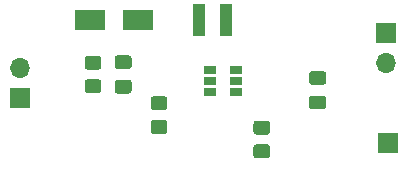
<source format=gbr>
%TF.GenerationSoftware,KiCad,Pcbnew,(5.1.10)-1*%
%TF.CreationDate,2021-11-09T18:22:06+08:00*%
%TF.ProjectId,mt3608,6d743336-3038-42e6-9b69-6361645f7063,rev?*%
%TF.SameCoordinates,Original*%
%TF.FileFunction,Soldermask,Top*%
%TF.FilePolarity,Negative*%
%FSLAX46Y46*%
G04 Gerber Fmt 4.6, Leading zero omitted, Abs format (unit mm)*
G04 Created by KiCad (PCBNEW (5.1.10)-1) date 2021-11-09 18:22:06*
%MOMM*%
%LPD*%
G01*
G04 APERTURE LIST*
%ADD10R,2.500000X1.800000*%
%ADD11R,1.700000X1.700000*%
%ADD12R,1.000000X2.750000*%
%ADD13R,1.060000X0.650000*%
%ADD14O,1.700000X1.700000*%
G04 APERTURE END LIST*
%TO.C,C1*%
G36*
G01*
X64295000Y-44455000D02*
X65245000Y-44455000D01*
G75*
G02*
X65495000Y-44705000I0J-250000D01*
G01*
X65495000Y-45380000D01*
G75*
G02*
X65245000Y-45630000I-250000J0D01*
G01*
X64295000Y-45630000D01*
G75*
G02*
X64045000Y-45380000I0J250000D01*
G01*
X64045000Y-44705000D01*
G75*
G02*
X64295000Y-44455000I250000J0D01*
G01*
G37*
G36*
G01*
X64295000Y-46530000D02*
X65245000Y-46530000D01*
G75*
G02*
X65495000Y-46780000I0J-250000D01*
G01*
X65495000Y-47455000D01*
G75*
G02*
X65245000Y-47705000I-250000J0D01*
G01*
X64295000Y-47705000D01*
G75*
G02*
X64045000Y-47455000I0J250000D01*
G01*
X64045000Y-46780000D01*
G75*
G02*
X64295000Y-46530000I250000J0D01*
G01*
G37*
%TD*%
%TO.C,C2*%
G36*
G01*
X47825000Y-45190000D02*
X48775000Y-45190000D01*
G75*
G02*
X49025000Y-45440000I0J-250000D01*
G01*
X49025000Y-46115000D01*
G75*
G02*
X48775000Y-46365000I-250000J0D01*
G01*
X47825000Y-46365000D01*
G75*
G02*
X47575000Y-46115000I0J250000D01*
G01*
X47575000Y-45440000D01*
G75*
G02*
X47825000Y-45190000I250000J0D01*
G01*
G37*
G36*
G01*
X47825000Y-43115000D02*
X48775000Y-43115000D01*
G75*
G02*
X49025000Y-43365000I0J-250000D01*
G01*
X49025000Y-44040000D01*
G75*
G02*
X48775000Y-44290000I-250000J0D01*
G01*
X47825000Y-44290000D01*
G75*
G02*
X47575000Y-44040000I0J250000D01*
G01*
X47575000Y-43365000D01*
G75*
G02*
X47825000Y-43115000I250000J0D01*
G01*
G37*
%TD*%
D10*
%TO.C,D1*%
X45530000Y-40130000D03*
X49530000Y-40130000D03*
%TD*%
D11*
%TO.C,EN*%
X70730000Y-50580000D03*
%TD*%
D12*
%TO.C,L1*%
X57010000Y-40160000D03*
X54710000Y-40160000D03*
%TD*%
%TO.C,R1*%
G36*
G01*
X45299999Y-45150000D02*
X46200001Y-45150000D01*
G75*
G02*
X46450000Y-45399999I0J-249999D01*
G01*
X46450000Y-46100001D01*
G75*
G02*
X46200001Y-46350000I-249999J0D01*
G01*
X45299999Y-46350000D01*
G75*
G02*
X45050000Y-46100001I0J249999D01*
G01*
X45050000Y-45399999D01*
G75*
G02*
X45299999Y-45150000I249999J0D01*
G01*
G37*
G36*
G01*
X45299999Y-43150000D02*
X46200001Y-43150000D01*
G75*
G02*
X46450000Y-43399999I0J-249999D01*
G01*
X46450000Y-44100001D01*
G75*
G02*
X46200001Y-44350000I-249999J0D01*
G01*
X45299999Y-44350000D01*
G75*
G02*
X45050000Y-44100001I0J249999D01*
G01*
X45050000Y-43399999D01*
G75*
G02*
X45299999Y-43150000I249999J0D01*
G01*
G37*
%TD*%
%TO.C,R2*%
G36*
G01*
X51790001Y-49790000D02*
X50889999Y-49790000D01*
G75*
G02*
X50640000Y-49540001I0J249999D01*
G01*
X50640000Y-48839999D01*
G75*
G02*
X50889999Y-48590000I249999J0D01*
G01*
X51790001Y-48590000D01*
G75*
G02*
X52040000Y-48839999I0J-249999D01*
G01*
X52040000Y-49540001D01*
G75*
G02*
X51790001Y-49790000I-249999J0D01*
G01*
G37*
G36*
G01*
X51790001Y-47790000D02*
X50889999Y-47790000D01*
G75*
G02*
X50640000Y-47540001I0J249999D01*
G01*
X50640000Y-46839999D01*
G75*
G02*
X50889999Y-46590000I249999J0D01*
G01*
X51790001Y-46590000D01*
G75*
G02*
X52040000Y-46839999I0J-249999D01*
G01*
X52040000Y-47540001D01*
G75*
G02*
X51790001Y-47790000I-249999J0D01*
G01*
G37*
%TD*%
%TO.C,R3*%
G36*
G01*
X60490001Y-51860000D02*
X59589999Y-51860000D01*
G75*
G02*
X59340000Y-51610001I0J249999D01*
G01*
X59340000Y-50909999D01*
G75*
G02*
X59589999Y-50660000I249999J0D01*
G01*
X60490001Y-50660000D01*
G75*
G02*
X60740000Y-50909999I0J-249999D01*
G01*
X60740000Y-51610001D01*
G75*
G02*
X60490001Y-51860000I-249999J0D01*
G01*
G37*
G36*
G01*
X60490001Y-49860000D02*
X59589999Y-49860000D01*
G75*
G02*
X59340000Y-49610001I0J249999D01*
G01*
X59340000Y-48909999D01*
G75*
G02*
X59589999Y-48660000I249999J0D01*
G01*
X60490001Y-48660000D01*
G75*
G02*
X60740000Y-48909999I0J-249999D01*
G01*
X60740000Y-49610001D01*
G75*
G02*
X60490001Y-49860000I-249999J0D01*
G01*
G37*
%TD*%
D13*
%TO.C,U1*%
X55690000Y-44360000D03*
X55690000Y-45310000D03*
X55690000Y-46260000D03*
X57890000Y-46260000D03*
X57890000Y-44360000D03*
X57890000Y-45310000D03*
%TD*%
D11*
%TO.C,Vin*%
X70590000Y-41220000D03*
D14*
X70590000Y-43760000D03*
%TD*%
%TO.C,Vout*%
X39550000Y-44240000D03*
D11*
X39550000Y-46780000D03*
%TD*%
M02*

</source>
